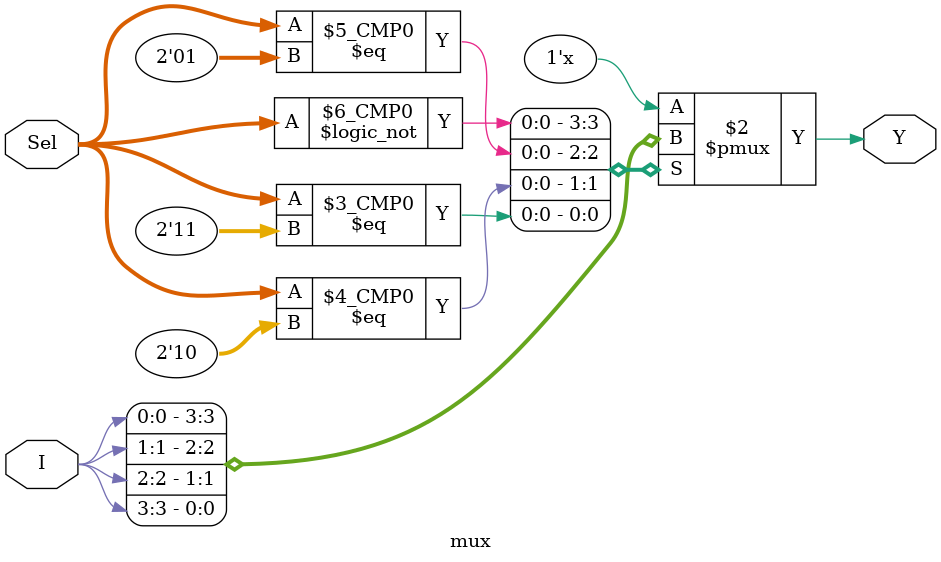
<source format=v>
module mux(
input [3:0]I,
input [1:0]Sel, 
output reg Y
);
  
always @ (Sel, I)
begin
    case (Sel)
        2'd0: Y = I[0];
        2'd1: Y = I[1];
        2'd2: Y = I[2];
        2'd3: Y = I[3];
        default:
            Y = 2'd0;
    endcase
end

endmodule
</source>
